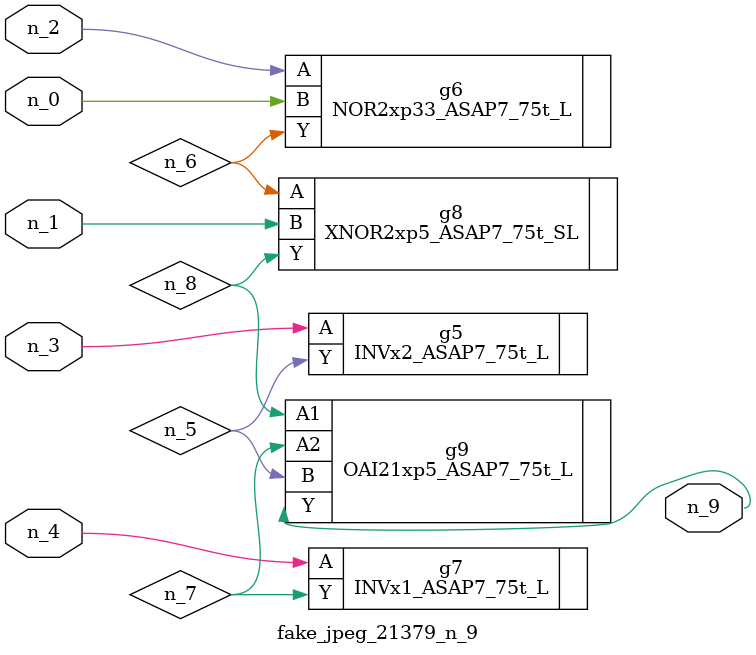
<source format=v>
module fake_jpeg_21379_n_9 (n_3, n_2, n_1, n_0, n_4, n_9);

input n_3;
input n_2;
input n_1;
input n_0;
input n_4;

output n_9;

wire n_8;
wire n_6;
wire n_5;
wire n_7;

INVx2_ASAP7_75t_L g5 ( 
.A(n_3),
.Y(n_5)
);

NOR2xp33_ASAP7_75t_L g6 ( 
.A(n_2),
.B(n_0),
.Y(n_6)
);

INVx1_ASAP7_75t_L g7 ( 
.A(n_4),
.Y(n_7)
);

XNOR2xp5_ASAP7_75t_SL g8 ( 
.A(n_6),
.B(n_1),
.Y(n_8)
);

OAI21xp5_ASAP7_75t_L g9 ( 
.A1(n_8),
.A2(n_7),
.B(n_5),
.Y(n_9)
);


endmodule
</source>
